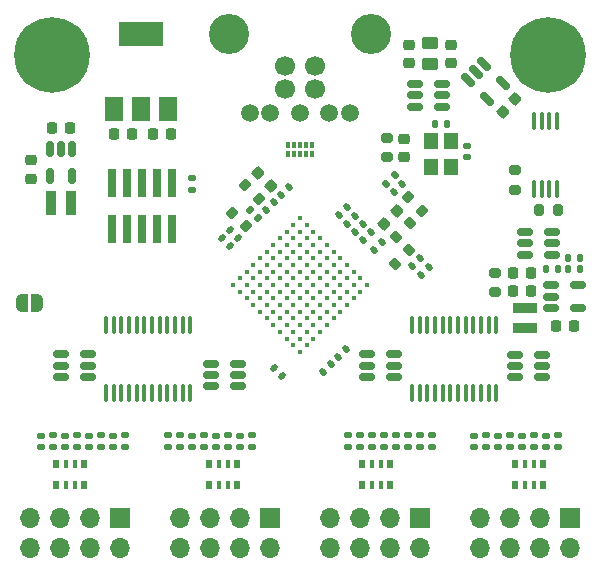
<source format=gbr>
%TF.GenerationSoftware,KiCad,Pcbnew,7.0.6*%
%TF.CreationDate,2023-10-15T13:38:33+02:00*%
%TF.ProjectId,fx3lahw,6678336c-6168-4772-9e6b-696361645f70,rev?*%
%TF.SameCoordinates,Original*%
%TF.FileFunction,Soldermask,Top*%
%TF.FilePolarity,Negative*%
%FSLAX46Y46*%
G04 Gerber Fmt 4.6, Leading zero omitted, Abs format (unit mm)*
G04 Created by KiCad (PCBNEW 7.0.6) date 2023-10-15 13:38:33*
%MOMM*%
%LPD*%
G01*
G04 APERTURE LIST*
G04 Aperture macros list*
%AMRoundRect*
0 Rectangle with rounded corners*
0 $1 Rounding radius*
0 $2 $3 $4 $5 $6 $7 $8 $9 X,Y pos of 4 corners*
0 Add a 4 corners polygon primitive as box body*
4,1,4,$2,$3,$4,$5,$6,$7,$8,$9,$2,$3,0*
0 Add four circle primitives for the rounded corners*
1,1,$1+$1,$2,$3*
1,1,$1+$1,$4,$5*
1,1,$1+$1,$6,$7*
1,1,$1+$1,$8,$9*
0 Add four rect primitives between the rounded corners*
20,1,$1+$1,$2,$3,$4,$5,0*
20,1,$1+$1,$4,$5,$6,$7,0*
20,1,$1+$1,$6,$7,$8,$9,0*
20,1,$1+$1,$8,$9,$2,$3,0*%
%AMFreePoly0*
4,1,19,0.500000,-0.750000,0.000000,-0.750000,0.000000,-0.744911,-0.071157,-0.744911,-0.207708,-0.704816,-0.327430,-0.627875,-0.420627,-0.520320,-0.479746,-0.390866,-0.500000,-0.250000,-0.500000,0.250000,-0.479746,0.390866,-0.420627,0.520320,-0.327430,0.627875,-0.207708,0.704816,-0.071157,0.744911,0.000000,0.744911,0.000000,0.750000,0.500000,0.750000,0.500000,-0.750000,0.500000,-0.750000,
$1*%
%AMFreePoly1*
4,1,19,0.000000,0.744911,0.071157,0.744911,0.207708,0.704816,0.327430,0.627875,0.420627,0.520320,0.479746,0.390866,0.500000,0.250000,0.500000,-0.250000,0.479746,-0.390866,0.420627,-0.520320,0.327430,-0.627875,0.207708,-0.704816,0.071157,-0.744911,0.000000,-0.744911,0.000000,-0.750000,-0.500000,-0.750000,-0.500000,0.750000,0.000000,0.750000,0.000000,0.744911,0.000000,0.744911,
$1*%
G04 Aperture macros list end*
%ADD10RoundRect,0.140000X0.219203X0.021213X0.021213X0.219203X-0.219203X-0.021213X-0.021213X-0.219203X0*%
%ADD11RoundRect,0.135000X-0.135000X-0.185000X0.135000X-0.185000X0.135000X0.185000X-0.135000X0.185000X0*%
%ADD12RoundRect,0.140000X-0.140000X-0.170000X0.140000X-0.170000X0.140000X0.170000X-0.140000X0.170000X0*%
%ADD13RoundRect,0.140000X0.021213X-0.219203X0.219203X-0.021213X-0.021213X0.219203X-0.219203X0.021213X0*%
%ADD14R,1.500000X2.000000*%
%ADD15R,3.800000X2.000000*%
%ADD16RoundRect,0.150000X0.512500X0.150000X-0.512500X0.150000X-0.512500X-0.150000X0.512500X-0.150000X0*%
%ADD17R,0.300000X0.550000*%
%ADD18R,0.400000X0.550000*%
%ADD19RoundRect,0.150000X-0.512500X-0.150000X0.512500X-0.150000X0.512500X0.150000X-0.512500X0.150000X0*%
%ADD20C,0.400000*%
%ADD21RoundRect,0.135000X0.185000X-0.135000X0.185000X0.135000X-0.185000X0.135000X-0.185000X-0.135000X0*%
%ADD22RoundRect,0.140000X0.170000X-0.140000X0.170000X0.140000X-0.170000X0.140000X-0.170000X-0.140000X0*%
%ADD23RoundRect,0.135000X0.135000X0.185000X-0.135000X0.185000X-0.135000X-0.185000X0.135000X-0.185000X0*%
%ADD24C,1.700000*%
%ADD25C,1.500000*%
%ADD26C,3.400000*%
%ADD27RoundRect,0.100000X-0.100000X0.637500X-0.100000X-0.637500X0.100000X-0.637500X0.100000X0.637500X0*%
%ADD28R,0.500000X0.800000*%
%ADD29R,0.400000X0.800000*%
%ADD30RoundRect,0.200000X0.053033X-0.335876X0.335876X-0.053033X-0.053033X0.335876X-0.335876X0.053033X0*%
%ADD31RoundRect,0.225000X-0.017678X0.335876X-0.335876X0.017678X0.017678X-0.335876X0.335876X-0.017678X0*%
%ADD32R,2.000000X0.850000*%
%ADD33RoundRect,0.140000X-0.021213X0.219203X-0.219203X0.021213X0.021213X-0.219203X0.219203X-0.021213X0*%
%ADD34RoundRect,0.135000X-0.035355X0.226274X-0.226274X0.035355X0.035355X-0.226274X0.226274X-0.035355X0*%
%ADD35RoundRect,0.225000X0.225000X0.250000X-0.225000X0.250000X-0.225000X-0.250000X0.225000X-0.250000X0*%
%ADD36RoundRect,0.200000X0.200000X0.275000X-0.200000X0.275000X-0.200000X-0.275000X0.200000X-0.275000X0*%
%ADD37RoundRect,0.200000X-0.275000X0.200000X-0.275000X-0.200000X0.275000X-0.200000X0.275000X0.200000X0*%
%ADD38RoundRect,0.225000X-0.225000X-0.250000X0.225000X-0.250000X0.225000X0.250000X-0.225000X0.250000X0*%
%ADD39RoundRect,0.200000X0.335876X0.053033X0.053033X0.335876X-0.335876X-0.053033X-0.053033X-0.335876X0*%
%ADD40R,1.700000X1.700000*%
%ADD41O,1.700000X1.700000*%
%ADD42R,0.850000X2.000000*%
%ADD43RoundRect,0.225000X0.250000X-0.225000X0.250000X0.225000X-0.250000X0.225000X-0.250000X-0.225000X0*%
%ADD44RoundRect,0.135000X0.226274X0.035355X0.035355X0.226274X-0.226274X-0.035355X-0.035355X-0.226274X0*%
%ADD45RoundRect,0.225000X0.017678X-0.335876X0.335876X-0.017678X-0.017678X0.335876X-0.335876X0.017678X0*%
%ADD46RoundRect,0.225000X0.335876X0.017678X0.017678X0.335876X-0.335876X-0.017678X-0.017678X-0.335876X0*%
%ADD47RoundRect,0.250000X0.450000X-0.262500X0.450000X0.262500X-0.450000X0.262500X-0.450000X-0.262500X0*%
%ADD48FreePoly0,0.000000*%
%ADD49FreePoly1,0.000000*%
%ADD50R,0.740000X2.400000*%
%ADD51RoundRect,0.225000X-0.250000X0.225000X-0.250000X-0.225000X0.250000X-0.225000X0.250000X0.225000X0*%
%ADD52C,6.400000*%
%ADD53R,1.200000X1.400000*%
%ADD54RoundRect,0.135000X-0.185000X0.135000X-0.185000X-0.135000X0.185000X-0.135000X0.185000X0.135000X0*%
%ADD55RoundRect,0.150000X-0.468458X0.256326X0.256326X-0.468458X0.468458X-0.256326X-0.256326X0.468458X0*%
%ADD56RoundRect,0.140000X-0.219203X-0.021213X-0.021213X-0.219203X0.219203X0.021213X0.021213X0.219203X0*%
%ADD57RoundRect,0.150000X-0.150000X0.512500X-0.150000X-0.512500X0.150000X-0.512500X0.150000X0.512500X0*%
%ADD58RoundRect,0.200000X-0.335876X-0.053033X-0.053033X-0.335876X0.335876X0.053033X0.053033X0.335876X0*%
G04 APERTURE END LIST*
D10*
%TO.C,C13*%
X76989411Y-166989411D03*
X76310589Y-166310589D03*
%TD*%
D11*
%TO.C,R6*%
X103052500Y-169634000D03*
X104072500Y-169634000D03*
%TD*%
D12*
%TO.C,C1*%
X93720000Y-157300000D03*
X94680000Y-157300000D03*
%TD*%
D13*
%TO.C,C14*%
X79360589Y-164639411D03*
X80039411Y-163960589D03*
%TD*%
D14*
%TO.C,U8*%
X66509000Y-156016000D03*
X68809000Y-156016000D03*
D15*
X68809000Y-149716000D03*
D14*
X71109000Y-156016000D03*
%TD*%
D16*
%TO.C,U10*%
X103603500Y-168376000D03*
X103603500Y-167426000D03*
X103603500Y-166476000D03*
X101328500Y-166476000D03*
X101328500Y-167426000D03*
X101328500Y-168376000D03*
%TD*%
D17*
%TO.C,U3*%
X83235000Y-159099000D03*
X82735000Y-159099000D03*
D18*
X82235000Y-159099000D03*
D17*
X81735000Y-159099000D03*
X81235000Y-159099000D03*
X81235000Y-159869000D03*
X81735000Y-159869000D03*
D18*
X82235000Y-159869000D03*
D17*
X82735000Y-159869000D03*
X83235000Y-159869000D03*
%TD*%
D19*
%TO.C,U13*%
X74697500Y-177634000D03*
X74697500Y-178584000D03*
X74697500Y-179534000D03*
X76972500Y-179534000D03*
X76972500Y-178584000D03*
X76972500Y-177634000D03*
%TD*%
D20*
%TO.C,U1*%
X82266000Y-165300517D03*
X82831685Y-165866202D03*
X83397371Y-166431888D03*
X83963056Y-166997573D03*
X84528742Y-167563258D03*
X85094427Y-168128944D03*
X85660113Y-168694629D03*
X86225798Y-169260315D03*
X86791483Y-169826000D03*
X87357169Y-170391686D03*
X87922854Y-170957371D03*
X81700315Y-165866202D03*
X82266000Y-166431888D03*
X82831685Y-166997573D03*
X83397371Y-167563258D03*
X83963056Y-168128944D03*
X84528742Y-168694629D03*
X85094427Y-169260315D03*
X85660113Y-169826000D03*
X86225798Y-170391686D03*
X86791483Y-170957371D03*
X87357169Y-171523056D03*
X81134629Y-166431888D03*
X81700315Y-166997573D03*
X82266000Y-167563258D03*
X82831685Y-168128944D03*
X83397371Y-168694629D03*
X83963056Y-169260315D03*
X84528742Y-169826000D03*
X85094427Y-170391686D03*
X85660113Y-170957371D03*
X86225798Y-171523056D03*
X86791483Y-172088742D03*
X80568944Y-166997573D03*
X81134629Y-167563258D03*
X81700315Y-168128944D03*
X82266000Y-168694629D03*
X82831685Y-169260315D03*
X83397371Y-169826000D03*
X83963056Y-170391686D03*
X84528742Y-170957371D03*
X85094427Y-171523056D03*
X85660113Y-172088742D03*
X86225798Y-172654427D03*
X80003258Y-167563258D03*
X80568944Y-168128944D03*
X81134629Y-168694629D03*
X81700315Y-169260315D03*
X82266000Y-169826000D03*
X82831685Y-170391686D03*
X83397371Y-170957371D03*
X83963056Y-171523056D03*
X84528742Y-172088742D03*
X85094427Y-172654427D03*
X85660113Y-173220113D03*
X79437573Y-168128944D03*
X80003258Y-168694629D03*
X80568944Y-169260315D03*
X81134629Y-169826000D03*
X81700315Y-170391686D03*
X82266000Y-170957371D03*
X82831685Y-171523056D03*
X83397371Y-172088742D03*
X83963056Y-172654427D03*
X84528742Y-173220113D03*
X85094427Y-173785798D03*
X78871887Y-168694629D03*
X79437573Y-169260315D03*
X80003258Y-169826000D03*
X80568944Y-170391686D03*
X81134629Y-170957371D03*
X81700315Y-171523056D03*
X82266000Y-172088742D03*
X82831685Y-172654427D03*
X83397371Y-173220113D03*
X83963056Y-173785798D03*
X84528742Y-174351484D03*
X78306202Y-169260315D03*
X78871887Y-169826000D03*
X79437573Y-170391686D03*
X80003258Y-170957371D03*
X80568944Y-171523056D03*
X81134629Y-172088742D03*
X81700315Y-172654427D03*
X82266000Y-173220113D03*
X82831685Y-173785798D03*
X83397371Y-174351484D03*
X83963056Y-174917169D03*
X77740517Y-169826000D03*
X78306202Y-170391686D03*
X78871887Y-170957371D03*
X79437573Y-171523056D03*
X80003258Y-172088742D03*
X80568944Y-172654427D03*
X81134629Y-173220113D03*
X81700315Y-173785798D03*
X82266000Y-174351484D03*
X82831685Y-174917169D03*
X83397371Y-175482854D03*
X77174831Y-170391686D03*
X77740517Y-170957371D03*
X78306202Y-171523056D03*
X78871887Y-172088742D03*
X79437573Y-172654427D03*
X80003258Y-173220113D03*
X80568944Y-173785798D03*
X81134629Y-174351484D03*
X81700315Y-174917169D03*
X82266000Y-175482854D03*
X82831685Y-176048540D03*
X76609146Y-170957371D03*
X77174831Y-171523056D03*
X77740517Y-172088742D03*
X78306202Y-172654427D03*
X78871887Y-173220113D03*
X79437573Y-173785798D03*
X80003258Y-174351484D03*
X80568944Y-174917169D03*
X81134629Y-175482854D03*
X81700315Y-176048540D03*
X82266000Y-176614225D03*
%TD*%
D21*
%TO.C,R15*%
X78200000Y-184710000D03*
X78200000Y-183690000D03*
%TD*%
D22*
%TO.C,C43*%
X73120000Y-184680000D03*
X73120000Y-183720000D03*
%TD*%
%TO.C,C47*%
X88310001Y-184650001D03*
X88310001Y-183690001D03*
%TD*%
%TO.C,C37*%
X60368000Y-184680000D03*
X60368000Y-183720000D03*
%TD*%
D23*
%TO.C,R8*%
X105976000Y-168634000D03*
X104956000Y-168634000D03*
%TD*%
D24*
%TO.C,J1*%
X80985000Y-154384000D03*
X83485000Y-154384000D03*
X83485000Y-152384000D03*
X80985000Y-152384000D03*
D25*
X86485000Y-156384000D03*
X84735000Y-156384000D03*
X82235000Y-156384000D03*
X79735000Y-156384000D03*
X77985000Y-156384000D03*
D26*
X88255000Y-149674000D03*
X76215000Y-149674000D03*
%TD*%
D21*
%TO.C,R25*%
X102068000Y-184710000D03*
X102068000Y-183690000D03*
%TD*%
D22*
%TO.C,C52*%
X101052000Y-184680000D03*
X101052000Y-183720000D03*
%TD*%
%TO.C,C39*%
X66464000Y-184680000D03*
X66464000Y-183720000D03*
%TD*%
%TO.C,C46*%
X92374001Y-184650001D03*
X92374001Y-183690001D03*
%TD*%
D27*
%TO.C,U7*%
X98891001Y-174355500D03*
X98241001Y-174355500D03*
X97591001Y-174355500D03*
X96941001Y-174355500D03*
X96291001Y-174355500D03*
X95641001Y-174355500D03*
X94991001Y-174355500D03*
X94341001Y-174355500D03*
X93691001Y-174355500D03*
X93041001Y-174355500D03*
X92391001Y-174355500D03*
X91741001Y-174355500D03*
X91741001Y-180080500D03*
X92391001Y-180080500D03*
X93041001Y-180080500D03*
X93691001Y-180080500D03*
X94341001Y-180080500D03*
X94991001Y-180080500D03*
X95641001Y-180080500D03*
X96291001Y-180080500D03*
X96941001Y-180080500D03*
X97591001Y-180080500D03*
X98241001Y-180080500D03*
X98891001Y-180080500D03*
%TD*%
D28*
%TO.C,RN1*%
X64004000Y-186097001D03*
D29*
X63204000Y-186097001D03*
X62404000Y-186097001D03*
D28*
X61604000Y-186097001D03*
X61604000Y-187897001D03*
D29*
X62404000Y-187897001D03*
X63204000Y-187897001D03*
D28*
X64004000Y-187897001D03*
%TD*%
D30*
%TO.C,R4*%
X90281049Y-169164857D03*
X91447775Y-167998131D03*
%TD*%
D22*
%TO.C,C45*%
X86278001Y-184650001D03*
X86278001Y-183690001D03*
%TD*%
D27*
%TO.C,U11*%
X104014975Y-157086507D03*
X103364975Y-157086507D03*
X102714975Y-157086507D03*
X102064975Y-157086507D03*
X102064975Y-162811507D03*
X102714975Y-162811507D03*
X103364975Y-162811507D03*
X104014975Y-162811507D03*
%TD*%
D31*
%TO.C,C6*%
X100500504Y-155187134D03*
X99404488Y-156283150D03*
%TD*%
D32*
%TO.C,L2*%
X101272500Y-174559000D03*
X101272500Y-172909000D03*
%TD*%
D19*
%TO.C,U15*%
X100462500Y-176850000D03*
X100462500Y-177800000D03*
X100462500Y-178750000D03*
X102737500Y-178750000D03*
X102737500Y-177800000D03*
X102737500Y-176850000D03*
%TD*%
D16*
%TO.C,U4*%
X94255389Y-155857368D03*
X94255389Y-154907368D03*
X94255389Y-153957368D03*
X91980389Y-153957368D03*
X91980389Y-154907368D03*
X91980389Y-155857368D03*
%TD*%
D33*
%TO.C,C11*%
X87605411Y-165786589D03*
X86926589Y-166465411D03*
%TD*%
D34*
%TO.C,R2*%
X90260624Y-161639376D03*
X89539376Y-162360624D03*
%TD*%
D21*
%TO.C,R16*%
X74136000Y-184710000D03*
X74136000Y-183690000D03*
%TD*%
D35*
%TO.C,C12*%
X68060000Y-158200000D03*
X66510000Y-158200000D03*
%TD*%
D21*
%TO.C,R19*%
X93390001Y-184680001D03*
X93390001Y-183660001D03*
%TD*%
D33*
%TO.C,C23*%
X81339411Y-162660589D03*
X80660589Y-163339411D03*
%TD*%
D36*
%TO.C,R10*%
X104104975Y-164565007D03*
X102454975Y-164565007D03*
%TD*%
D37*
%TO.C,R9*%
X100479975Y-161240007D03*
X100479975Y-162890007D03*
%TD*%
D38*
%TO.C,C36*%
X100297500Y-169934000D03*
X101847500Y-169934000D03*
%TD*%
D21*
%TO.C,R23*%
X104100000Y-184710000D03*
X104100000Y-183690000D03*
%TD*%
D38*
%TO.C,C35*%
X100297500Y-171434000D03*
X101847500Y-171434000D03*
%TD*%
D21*
%TO.C,R21*%
X91358001Y-184682001D03*
X91358001Y-183662001D03*
%TD*%
D39*
%TO.C,R3*%
X77683363Y-165983363D03*
X76516637Y-164816637D03*
%TD*%
D40*
%TO.C,J3*%
X79716000Y-190707371D03*
D41*
X79716000Y-193247371D03*
X77176000Y-190707371D03*
X77176000Y-193247371D03*
X74636000Y-190707371D03*
X74636000Y-193247371D03*
X72096000Y-190707371D03*
X72096000Y-193247371D03*
%TD*%
D22*
%TO.C,C38*%
X62400000Y-184680000D03*
X62400000Y-183720000D03*
%TD*%
D19*
%TO.C,U9*%
X103535000Y-170984000D03*
X103535000Y-171934000D03*
X103535000Y-172884000D03*
X105810000Y-172884000D03*
X105810000Y-170984000D03*
%TD*%
D21*
%TO.C,R5*%
X61384000Y-184710000D03*
X61384000Y-183690000D03*
%TD*%
%TO.C,R13*%
X65448000Y-184710000D03*
X65448000Y-183690000D03*
%TD*%
D11*
%TO.C,R7*%
X104962500Y-169634000D03*
X105982500Y-169634000D03*
%TD*%
D35*
%TO.C,C34*%
X105441000Y-174434000D03*
X103891000Y-174434000D03*
%TD*%
D42*
%TO.C,L1*%
X62844000Y-163968001D03*
X61194000Y-163968001D03*
%TD*%
D21*
%TO.C,R20*%
X89326001Y-184680001D03*
X89326001Y-183660001D03*
%TD*%
D43*
%TO.C,C7*%
X59479000Y-161949001D03*
X59479000Y-160399001D03*
%TD*%
D33*
%TO.C,C26*%
X84839411Y-177660589D03*
X84160589Y-178339411D03*
%TD*%
D44*
%TO.C,R1*%
X78710624Y-165310624D03*
X77989376Y-164589376D03*
%TD*%
D21*
%TO.C,R24*%
X100036000Y-184708000D03*
X100036000Y-183688000D03*
%TD*%
D45*
%TO.C,C20*%
X89351992Y-165748008D03*
X90448008Y-164651992D03*
%TD*%
D46*
%TO.C,C22*%
X79798008Y-162548008D03*
X78701992Y-161451992D03*
%TD*%
D37*
%TO.C,R26*%
X98772500Y-169909000D03*
X98772500Y-171559000D03*
%TD*%
D21*
%TO.C,R18*%
X87294001Y-184680001D03*
X87294001Y-183660001D03*
%TD*%
D13*
%TO.C,C29*%
X91769508Y-169373453D03*
X92448330Y-168694631D03*
%TD*%
D47*
%TO.C,FB1*%
X93259500Y-152256129D03*
X93259500Y-150431129D03*
%TD*%
D13*
%TO.C,C18*%
X85460589Y-177039411D03*
X86139411Y-176360589D03*
%TD*%
D16*
%TO.C,U14*%
X90180501Y-178734000D03*
X90180501Y-177784000D03*
X90180501Y-176834000D03*
X87905501Y-176834000D03*
X87905501Y-177784000D03*
X87905501Y-178734000D03*
%TD*%
D48*
%TO.C,JP1*%
X58700000Y-172500000D03*
D49*
X60000000Y-172500000D03*
%TD*%
D28*
%TO.C,RN3*%
X89912001Y-186097001D03*
D29*
X89112001Y-186097001D03*
X88312001Y-186097001D03*
D28*
X87512001Y-186097001D03*
X87512001Y-187897001D03*
D29*
X88312001Y-187897001D03*
X89112001Y-187897001D03*
D28*
X89912001Y-187897001D03*
%TD*%
D21*
%TO.C,R17*%
X76168000Y-184710000D03*
X76168000Y-183690000D03*
%TD*%
D28*
%TO.C,RN4*%
X102866000Y-186097000D03*
D29*
X102066000Y-186097000D03*
X101266000Y-186097000D03*
D28*
X100466000Y-186097000D03*
X100466000Y-187897000D03*
D29*
X101266000Y-187897000D03*
X102066000Y-187897000D03*
D28*
X102866000Y-187897000D03*
%TD*%
D27*
%TO.C,U12*%
X72983000Y-174355500D03*
X72333000Y-174355500D03*
X71683000Y-174355500D03*
X71033000Y-174355500D03*
X70383000Y-174355500D03*
X69733000Y-174355500D03*
X69083000Y-174355500D03*
X68433000Y-174355500D03*
X67783000Y-174355500D03*
X67133000Y-174355500D03*
X66483000Y-174355500D03*
X65833000Y-174355500D03*
X65833000Y-180080500D03*
X66483000Y-180080500D03*
X67133000Y-180080500D03*
X67783000Y-180080500D03*
X68433000Y-180080500D03*
X69083000Y-180080500D03*
X69733000Y-180080500D03*
X70383000Y-180080500D03*
X71033000Y-180080500D03*
X71683000Y-180080500D03*
X72333000Y-180080500D03*
X72983000Y-180080500D03*
%TD*%
D50*
%TO.C,J7*%
X71440000Y-162350000D03*
X71440000Y-166250000D03*
X70170000Y-162350000D03*
X70170000Y-166250000D03*
X68900000Y-162350000D03*
X68900000Y-166250000D03*
X67630000Y-162350000D03*
X67630000Y-166250000D03*
X66360000Y-162350000D03*
X66360000Y-166250000D03*
%TD*%
D33*
%TO.C,C10*%
X86886991Y-165068169D03*
X86208169Y-165746991D03*
%TD*%
D40*
%TO.C,J5*%
X105116000Y-190707371D03*
D41*
X105116000Y-193247371D03*
X102576000Y-190707371D03*
X102576000Y-193247371D03*
X100036000Y-190707371D03*
X100036000Y-193247371D03*
X97496000Y-190707371D03*
X97496000Y-193247371D03*
%TD*%
D22*
%TO.C,C48*%
X90342001Y-184650001D03*
X90342001Y-183690001D03*
%TD*%
%TO.C,C51*%
X99020000Y-184680000D03*
X99020000Y-183720000D03*
%TD*%
D13*
%TO.C,C15*%
X92469508Y-170073453D03*
X93148330Y-169394631D03*
%TD*%
D43*
%TO.C,C5*%
X91459500Y-152176629D03*
X91459500Y-150626629D03*
%TD*%
D51*
%TO.C,C4*%
X95028500Y-150626629D03*
X95028500Y-152176629D03*
%TD*%
D52*
%TO.C,H1*%
X61266000Y-151457371D03*
%TD*%
D40*
%TO.C,J4*%
X92416000Y-190707371D03*
D41*
X92416000Y-193247371D03*
X89876000Y-190707371D03*
X89876000Y-193247371D03*
X87336000Y-190707371D03*
X87336000Y-193247371D03*
X84796000Y-190707371D03*
X84796000Y-193247371D03*
%TD*%
D21*
%TO.C,R22*%
X98004000Y-184710000D03*
X98004000Y-183690000D03*
%TD*%
D28*
%TO.C,RN2*%
X76957999Y-186097000D03*
D29*
X76157999Y-186097000D03*
X75357999Y-186097000D03*
D28*
X74557999Y-186097000D03*
X74557999Y-187897000D03*
D29*
X75357999Y-187897000D03*
X76157999Y-187897000D03*
D28*
X76957999Y-187897000D03*
%TD*%
D40*
%TO.C,J2*%
X67016000Y-190707371D03*
D41*
X67016000Y-193247371D03*
X64476000Y-190707371D03*
X64476000Y-193247371D03*
X61936000Y-190707371D03*
X61936000Y-193247371D03*
X59396000Y-190707371D03*
X59396000Y-193247371D03*
%TD*%
D53*
%TO.C,Y1*%
X95050000Y-161000000D03*
X95050000Y-158800000D03*
X93350000Y-158800000D03*
X93350000Y-161000000D03*
%TD*%
D22*
%TO.C,C2*%
X96400000Y-160128528D03*
X96400000Y-159168528D03*
%TD*%
%TO.C,C41*%
X71088000Y-184652000D03*
X71088000Y-183692000D03*
%TD*%
D54*
%TO.C,R27*%
X73100000Y-161880001D03*
X73100000Y-162900001D03*
%TD*%
D55*
%TO.C,U2*%
X97840014Y-152279158D03*
X97168263Y-152950909D03*
X96496512Y-153622660D03*
X98105180Y-155231328D03*
X99448682Y-153887826D03*
%TD*%
D30*
%TO.C,FB2*%
X90416637Y-166883363D03*
X91583363Y-165716637D03*
%TD*%
D56*
%TO.C,C17*%
X80060589Y-177960589D03*
X80739411Y-178639411D03*
%TD*%
D35*
%TO.C,C9*%
X71375000Y-158200000D03*
X69825000Y-158200000D03*
%TD*%
D13*
%TO.C,C3*%
X90210589Y-163039411D03*
X90889411Y-162360589D03*
%TD*%
D39*
%TO.C,FB3*%
X92583363Y-164683363D03*
X91416637Y-163516637D03*
%TD*%
D13*
%TO.C,C19*%
X88526589Y-167996782D03*
X89205411Y-167317960D03*
%TD*%
D37*
%TO.C,FB5*%
X89600000Y-158500000D03*
X89600000Y-160150000D03*
%TD*%
D43*
%TO.C,C24*%
X91100000Y-160100000D03*
X91100000Y-158550000D03*
%TD*%
D10*
%TO.C,C28*%
X76289411Y-167689411D03*
X75610589Y-167010589D03*
%TD*%
D22*
%TO.C,C42*%
X77184000Y-184680000D03*
X77184000Y-183720000D03*
%TD*%
D16*
%TO.C,U6*%
X64272500Y-178734000D03*
X64272500Y-177784000D03*
X64272500Y-176834000D03*
X61997500Y-176834000D03*
X61997500Y-177784000D03*
X61997500Y-178734000D03*
%TD*%
D57*
%TO.C,U5*%
X62950000Y-159462500D03*
X62000000Y-159462500D03*
X61050000Y-159462500D03*
X61050000Y-161737500D03*
X62950000Y-161737500D03*
%TD*%
D21*
%TO.C,R11*%
X63416000Y-184710000D03*
X63416000Y-183690000D03*
%TD*%
D13*
%TO.C,C21*%
X87626589Y-167165411D03*
X88305411Y-166486589D03*
%TD*%
D21*
%TO.C,R14*%
X72104000Y-184710000D03*
X72104000Y-183690000D03*
%TD*%
D35*
%TO.C,C8*%
X62794000Y-157618001D03*
X61244000Y-157618001D03*
%TD*%
D52*
%TO.C,H2*%
X103266000Y-151457371D03*
%TD*%
D22*
%TO.C,C49*%
X96988000Y-184680000D03*
X96988000Y-183720000D03*
%TD*%
%TO.C,C44*%
X75152000Y-184680000D03*
X75152000Y-183720000D03*
%TD*%
%TO.C,C40*%
X64432000Y-184680000D03*
X64432000Y-183720000D03*
%TD*%
D13*
%TO.C,C25*%
X85526589Y-165065411D03*
X86205411Y-164386589D03*
%TD*%
D22*
%TO.C,C50*%
X103084000Y-184680000D03*
X103084000Y-183720000D03*
%TD*%
D21*
%TO.C,R12*%
X67480000Y-184710000D03*
X67480000Y-183690000D03*
%TD*%
D58*
%TO.C,FB4*%
X77616637Y-162466637D03*
X78783363Y-163633363D03*
%TD*%
M02*

</source>
